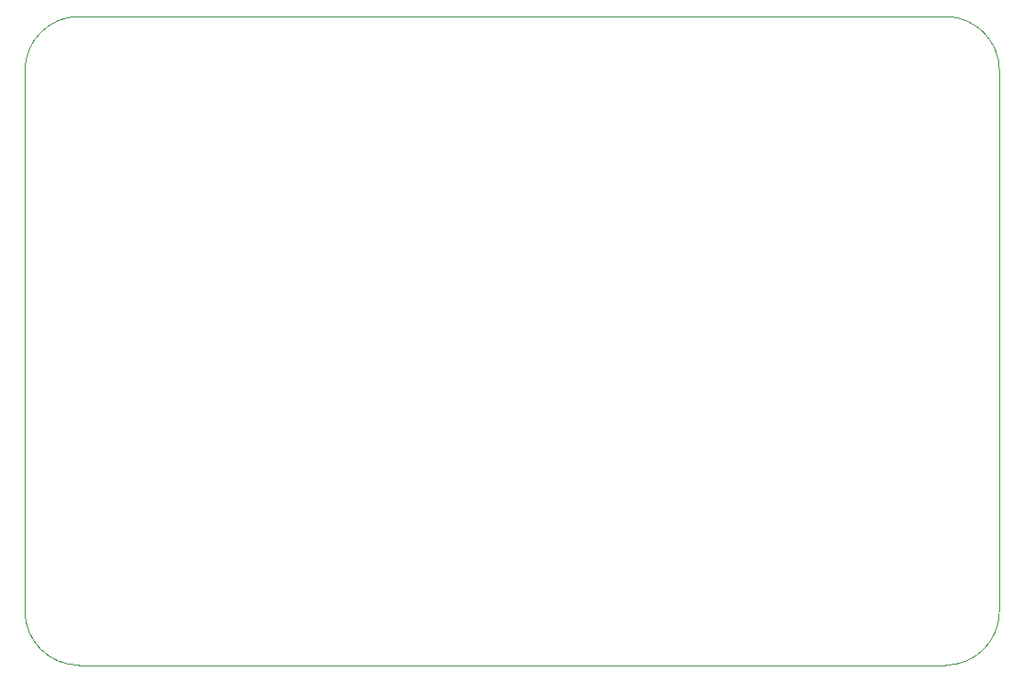
<source format=gbr>
%TF.GenerationSoftware,KiCad,Pcbnew,7.0.7*%
%TF.CreationDate,2024-02-27T23:19:37+01:00*%
%TF.ProjectId,BuzzWireGame,42757a7a-5769-4726-9547-616d652e6b69,v1.0*%
%TF.SameCoordinates,Original*%
%TF.FileFunction,Profile,NP*%
%FSLAX46Y46*%
G04 Gerber Fmt 4.6, Leading zero omitted, Abs format (unit mm)*
G04 Created by KiCad (PCBNEW 7.0.7) date 2024-02-27 23:19:37*
%MOMM*%
%LPD*%
G01*
G04 APERTURE LIST*
%TA.AperFunction,Profile*%
%ADD10C,0.100000*%
%TD*%
G04 APERTURE END LIST*
D10*
X190000000Y-115000000D02*
X190000000Y-65000000D01*
X185000000Y-60000000D02*
X105000000Y-60000000D01*
X105000000Y-120000000D02*
X185000000Y-120000000D01*
X190000000Y-65000000D02*
G75*
G03*
X185000000Y-60000000I-5000000J0D01*
G01*
X185000000Y-120000000D02*
G75*
G03*
X190000000Y-115000000I0J5000000D01*
G01*
X105000000Y-60000000D02*
G75*
G03*
X100000000Y-65000000I0J-5000000D01*
G01*
X100000000Y-115000000D02*
G75*
G03*
X105000000Y-120000000I5000000J0D01*
G01*
X100000000Y-65000000D02*
X100000000Y-115000000D01*
M02*

</source>
